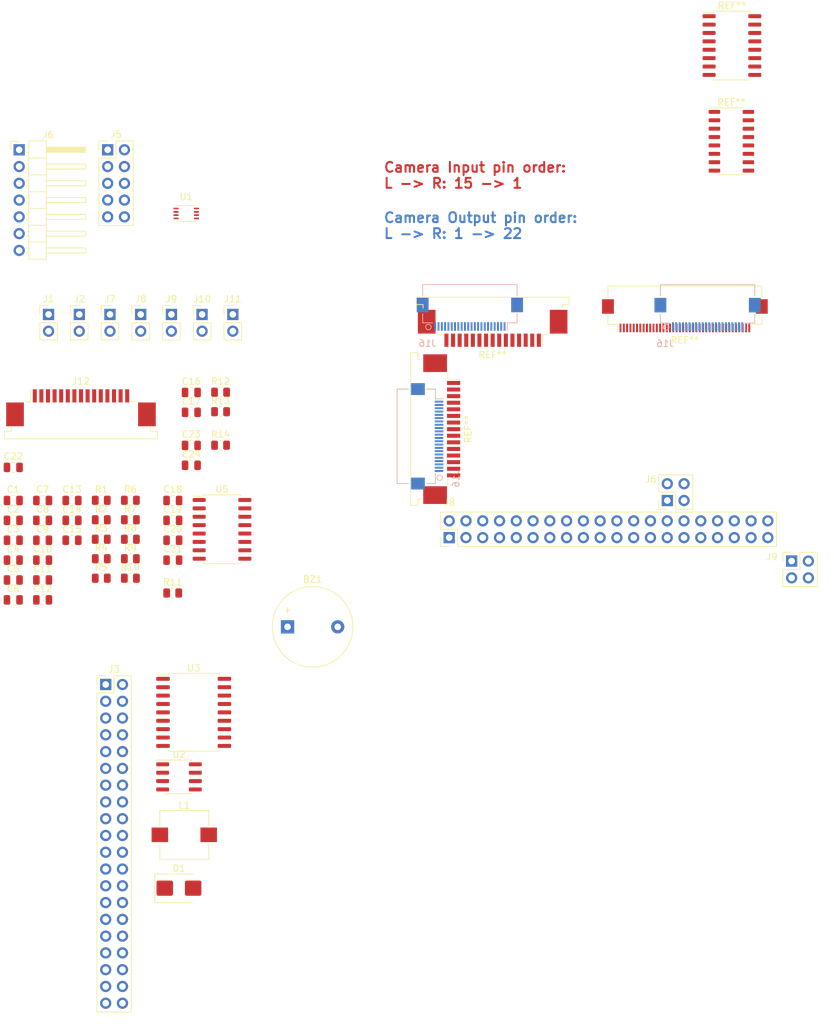
<source format=kicad_pcb>
(kicad_pcb (version 20221018) (generator pcbnew)
  (layers (0 "F.Cu" signal) (31 "B.Cu" signal) (34 "B.Paste" user) (35 "F.Paste" user) (36 "B.SilkS" user "B.Silkscreen") (37 "F.SilkS" user "F.Silkscreen") (38 "B.Mask" user) (39 "F.Mask" user) (44 "Edge.Cuts" user))
  (net 0 "")
  (net 1 "/disp_backlight/LEDB_ANODE")
  (net 2 "Net-(D1-A)")
  (net 3 "+3.3V")
  (net 4 "+5V")
  (net 5 "/GPIO2")
  (net 6 "/GPIO3")
  (net 7 "GNDD")
  (net 8 "/GPIO4")
  (net 9 "/GPIO14")
  (net 10 "/GPIO15")
  (net 11 "/GPIO17")
  (net 12 "/GPIO18")
  (net 13 "/GPIO27")
  (net 14 "/GPIO22")
  (net 15 "/GPIO23")
  (net 16 "/GPIO24")
  (net 17 "/GPIO10")
  (net 18 "/GPIO9")
  (net 19 "/GPIO25")
  (net 20 "/GPIO11")
  (net 21 "/GPIO8")
  (net 22 "/GPIO7")
  (net 23 "/ID_SD")
  (net 24 "/ID_SC")
  (net 25 "/GPIO5")
  (net 26 "/GPIO6")
  (net 27 "/GPIO12")
  (net 28 "/GPIO13")
  (net 29 "/GPIO19")
  (net 30 "/GPIO16")
  (net 31 "/GPIO26")
  (net 32 "/GPIO20")
  (net 33 "/GPIO21")
  (net 34 "/disp_backlight/LEDB_CATHODE")
  (net 35 "Net-(U2-TXD)")
  (net 36 "Net-(U2-RXD)")
  (net 38 "/CAN_module/CAN_L")
  (net 39 "/CAN_module/CAN_H")
  (net 48 "/CAN_module/MOD_INT")
  (net 49 "/CAN_module/MOD_SCK")
  (net 50 "/CAN_module/MOD_SI")
  (net 51 "/CAN_module/MOD_SO")
  (net 52 "/CAN_module/MOD_CS")
  (net 53 "Net-(U3-~{RESET})")
  (net 54 "+12V")
  (net 55 "Net-(J7-Pin_2)")
  (net 56 "Net-(J8-Pin_2)")
  (net 57 "Net-(J9-Pin_2)")
  (net 58 "Net-(J10-Pin_2)")
  (net 59 "Net-(J11-Pin_2)")
  (net 60 "Net-(U4-VCC)")
  (net 61 "Net-(U5-C1+)")
  (net 62 "Net-(U5-C1-)")
  (net 63 "Net-(U5-C2+)")
  (net 64 "Net-(U5-C2-)")
  (net 65 "Net-(U5-VS+)")
  (net 66 "Net-(U5-VS-)")
  (net 67 "Net-(J12-Pin_15)")
  (net 68 "Net-(J15-Pin_2)")
  (net 69 "/display_40_to_22/RESET")
  (net 81 "Net-(J1-Pin_1)")
  (net 83 "Net-(J2-Pin_1)")
  (net 84 "Net-(R3-Pad1)")
  (net 85 "Net-(R4-Pad1)")
  (net 86 "Net-(U1-OE)")
  (net 88 "Net-(U4-IADJ)")
  (net 89 "Net-(U4-FS)")
  (net 90 "/debug_port/DP_RTS")
  (net 91 "/debug_port/DP_CTS")
  (net 96 "/debug_port/DP_RXD")
  (net 97 "/debug_port/DP_TXD")
  (footprint "Capacitor_SMD:C_0805_2012Metric" (layer "F.Cu") (at 29.2075 96.365)
    (fp_text reference "C14" (at 0 -1.68) (layer "F.SilkS"))
    (fp_text value "100n")
    (pad "1" smd roundrect (at -0.95 0) (size 1 1.45) (layers "F.Cu" "F.Paste" "F.Mask") (net 3 "+3.3V"))
    (pad "2" smd roundrect (at 0.95 0) (size 1 1.45) (layers "F.Cu" "F.Paste" "F.Mask") (net 58 "Net-(J10-Pin_2)"))
  )
  (footprint "Capacitor_SMD:C_0805_2012Metric" (layer "F.Cu") (at 20.3075 105.395)
    (fp_text reference "C5" (at 0 -1.68) (layer "F.SilkS"))
    (fp_text value "100n")
    (pad "1" smd roundrect (at -0.95 0) (size 1 1.45) (layers "F.Cu" "F.Paste" "F.Mask") (net 54 "+12V"))
    (pad "2" smd roundrect (at 0.95 0) (size 1 1.45) (layers "F.Cu" "F.Paste" "F.Mask") (net 7 "GNDD"))
  )
  (footprint "Connector_PinHeader_2.54mm:PinHeader_2x20_P2.54mm_Vertical" (layer "F.Cu") (at 86.3372 98.9786 90)
    (fp_text reference "J8" (at 5.32 0.03 180) (layer "F.SilkS"))
    (fp_text value "THD-20-R")
    (pad "1" thru_hole rect (at 0 0 90) (size 1.7 1.7) (drill 1) (layers "*.Cu" "*.Mask"))
    (pad "2" thru_hole oval (at 2.54 0 90) (size 1.7 1.7) (drill 1) (layers "*.Cu" "*.Mask"))
    (pad "3" thru_hole oval (at 0 2.54 90) (size 1.7 1.7) (drill 1) (layers "*.Cu" "*.Mask"))
    (pad "4" thru_hole oval (at 2.54 2.54 90) (size 1.7 1.7) (drill 1) (layers "*.Cu" "*.Mask"))
    (pad "5" thru_hole oval (at 0 5.08 90) (size 1.7 1.7) (drill 1) (layers "*.Cu" "*.Mask"))
    (pad "6" thru_hole oval (at 2.54 5.08) (size 1.7 1.7) (drill 1) (layers "*.Cu" "*.Mask"))
    (pad "7" thru_hole oval (at 0 7.62 90) (size 1.7 1.7) (drill 1) (layers "*.Cu" "*.Mask"))
    (pad "8" thru_hole oval (at 2.54 7.62 90) (size 1.7 1.7) (drill 1) (layers "*.Cu" "*.Mask"))
    (pad "9" thru_hole oval (at 0 10.16) (size 1.7 1.7) (drill 1) (layers "*.Cu" "*.Mask"))
    (pad "10" thru_hole oval (at 2.54 10.16 90) (size 1.7 1.7) (drill 1) (layers "*.Cu" "*.Mask"))
    (pad "11" thru_hole oval (at 0 12.7 90) (size 1.7 1.7) (drill 1) (layers "*.Cu" "*.Mask"))
    (pad "12" thru_hole oval (at 2.54 12.7 90) (size 1.7 1.7) (drill 1) (layers "*.Cu" "*.Mask"))
    (pad "13" thru_hole oval (at 0 15.24 90) (size 1.7 1.7) (drill 1) (layers "*.Cu" "*.Mask"))
    (pad "14" thru_hole oval (at 2.54 15.24) (size 1.7 1.7) (drill 1) (layers "*.Cu" "*.Mask"))
    (pad "15" thru_hole oval (at 0 17.78 90) (size 1.7 1.7) (drill 1) (layers "*.Cu" "*.Mask"))
    (pad "16" thru_hole oval (at 2.54 17.78 90) (size 1.7 1.7) (drill 1) (layers "*.Cu" "*.Mask"))
    (pad "17" thru_hole oval (at 0 20.32 90) (size 1.7 1.7) (drill 1) (layers "*.Cu" "*.Mask"))
    (pad "18" thru_hole oval (at 2.54 20.32 90) (size 1.7 1.7) (drill 1) (layers "*.Cu" "*.Mask"))
    (pad "19" thru_hole oval (at 0 22.86 90) (size 1.7 1.7) (drill 1) (layers "*.Cu" "*.Mask"))
    (pad "20" thru_hole oval (at 2.54 22.86) (size 1.7 1.7) (drill 1) (layers "*.Cu" "*.Mask"))
    (pad "21" thru_hole oval (at 0 25.4 90) (size 1.7 1.7) (drill 1) (layers "*.Cu" "*.Mask"))
    (pad "22" thru_hole oval (at 2.54 25.4 90) (size 1.7 1.7) (drill 1) (layers "*.Cu" "*.Mask"))
    (pad "23" thru_hole oval (at 0 27.94 90) (size 1.7 1.7) (drill 1) (layers "*.Cu" "*.Mask"))
    (pad "24" thru_hole oval (at 2.54 27.94 90) (size 1.7 1.7) (drill 1) (layers "*.Cu" "*.Mask"))
    (pad "25" thru_hole oval (at 0 30.48 90) (size 1.7 1.7) (drill 1) (layers "*.Cu" "*.Mask"))
    (pad "26" thru_hole oval (at 2.54 30.48 90) (size 1.7 1.7) (drill 1) (layers "*.Cu" "*.Mask"))
    (pad "27" thru_hole oval (at 0 33.02 90) (size 1.7 1.7) (drill 1) (layers "*.Cu" "*.Mask"))
    (pad "28" thru_hole oval (at 2.54 33.02 90) (size 1.7 1.7) (drill 1) (layers "*.Cu" "*.Mask"))
    (pad "29" thru_hole oval (at 0 35.56 90) (size 1.7 1.7) (drill 1) (layers "*.Cu" "*.Mask"))
    (pad "30" thru_hole oval (at 2.54 35.56 90) (size 1.7 1.7) (drill 1) (layers "*.Cu" "*.Mask"))
    (pad "31" thru_hole oval (at 0 38.1 90) (size 1.7 1.7) (drill 1) (layers "*.Cu" "*.Mask"))
    (pad "32" thru_hole oval (at 2.54 38.1 90) (size 1.7 1.7) (drill 1) (layers "*.Cu" "*.Mask"))
    (pad "33" thru_hole oval (at 0 40.64 90) (size 1.7 1.7) (drill 1) (layers "*.Cu" "*.Mask"))
    (pad "34" thru_hole oval (at 2.54 40.64) (size 1.7 1.7) (drill 1) (layers "*.Cu" "*.Mask"))
    (pad "35" thru_hole oval (at 0 43.18 90) (size 1.7 1.7) (drill 1) (layers "*.Cu" "*.Mask"))
    (pad "36" thru_hole oval (at 2.54 43.18 90) (size 1.7 1.7) (drill 1) (layers "*.Cu" "*.Mask"))
    (pad "37" thru_hole oval (at 0 45.72 90) (size 1.7 1.7) (drill 1) (layers "*.Cu" "*.Mask"))
    (pad "38" thru_hole oval (at 2.54 45.72 90) (size 1.7 1.7) (drill 1) (layers "*.Cu" "*.Mask"))
    (pad "39" thru_hole oval (at 0 48.26) (size 1.7 1.7) (drill 1) (layers "*.Cu" "*.Mask"))
    (pad "40" thru_hole oval (at 2.54 48.26 90) (size 1.7 1.7) (drill 1) (layers "*.Cu" "*.Mask"))
  )
  (footprint "Capacitor_SMD:C_0805_2012Metric" (layer "F.Cu") (at 47.2775 88.025)
    (fp_text reference "C24" (at 0 -1.68) (layer "F.SilkS"))
    (fp_text value "100n")
    (pad "1" smd roundrect (at -0.95 0) (size 1 1.45) (layers "F.Cu" "F.Paste" "F.Mask") (net 69 "/display_40_to_22/RESET"))
    (pad "2" smd roundrect (at 0.95 0) (size 1 1.45) (layers "F.Cu" "F.Paste" "F.Mask") (net 7 "GNDD"))
  )
  (footprint "Connector_FFC-FPC:TE_1-84952-5_1x15-1MP_P1.0mm_Horizontal" (layer "F.Cu") (at 30.5675 79.315)
    (fp_text reference "J12" (at 0 -4) (layer "F.SilkS"))
    (fp_text value "Camera")
    (pad "1" smd rect (at -7 -1.8) (size 0.61 2) (layers "F.Cu" "F.Paste" "F.Mask") (net 7 "GNDD"))
    (pad "2" smd rect (at -6 -1.8) (size 0.61 2) (layers "F.Cu" "F.Paste" "F.Mask"))
    (pad "3" smd rect (at -5 -1.8) (size 0.61 2) (layers "F.Cu" "F.Paste" "F.Mask"))
    (pad "4" smd rect (at -4 -1.8) (size 0.61 2) (layers "F.Cu" "F.Paste" "F.Mask") (net 7 "GNDD"))
    (pad "5" smd rect (at -3 -1.8) (size 0.61 2) (layers "F.Cu" "F.Paste" "F.Mask"))
    (pad "6" smd rect (at -2 -1.8) (size 0.61 2) (layers "F.Cu" "F.Paste" "F.Mask"))
    (pad "7" smd rect (at -1 -1.8) (size 0.61 2) (layers "F.Cu" "F.Paste" "F.Mask") (net 7 "GNDD"))
    (pad "8" smd rect (at 0 -1.8) (size 0.61 2) (layers "F.Cu" "F.Paste" "F.Mask"))
    (pad "9" smd rect (at 1 -1.8) (size 0.61 2) (layers "F.Cu" "F.Paste" "F.Mask"))
    (pad "10" smd rect (at 2 -1.8) (size 0.61 2) (layers "F.Cu" "F.Paste" "F.Mask") (net 7 "GNDD"))
    (pad "11" smd rect (at 3 -1.8) (size 0.61 2) (layers "F.Cu" "F.Paste" "F.Mask"))
    (pad "12" smd rect (at 4 -1.8) (size 0.61 2) (layers "F.Cu" "F.Paste" "F.Mask"))
    (pad "13" smd rect (at 5 -1.8) (size 0.61 2) (layers "F.Cu" "F.Paste" "F.Mask"))
    (pad "14" smd rect (at 6 -1.8) (size 0.61 2) (layers "F.Cu" "F.Paste" "F.Mask"))
    (pad "15" smd rect (at 7 -1.8) (size 0.61 2) (layers "F.Cu" "F.Paste" "F.Mask") (net 67 "Net-(J12-Pin_15)"))
    (pad "MP" smd rect (at -9.99 1) (size 2.68 3.6) (layers "F.Cu" "F.Paste" "F.Mask"))
    (pad "MP" smd rect (at 9.99 1) (size 2.68 3.6) (layers "F.Cu" "F.Paste" "F.Mask"))
  )
  (footprint "Resistor_SMD:R_0805_2012Metric" (layer "F.Cu") (at 44.4575 107.365)
    (fp_text reference "R11" (at 0 -1.65) (layer "F.SilkS"))
    (fp_text value "10K")
    (pad "1" smd roundrect (at -0.9125 0) (size 1.025 1.4) (layers "F.Cu" "F.Paste" "F.Mask") (roundrect_rratio 0.243902) (net 53 "Net-(U3-~{RESET})"))
    (pad "2" smd roundrect (at 0.9125 0) (size 1.025 1.4) (layers "F.Cu" "F.Paste" "F.Mask") (roundrect_rratio 0.243902))
  )
  (footprint "Resistor_SMD:R_0805_2012Metric" (layer "F.Cu") (at 38.0475 99.225)
    (fp_text reference "R8" (at 0 -1.65) (layer "F.SilkS"))
    (fp_text value "10k")
    (pad "1" smd roundrect (at -0.9125 0) (size 1.025 1.4) (layers "F.Cu" "F.Paste" "F.Mask") (roundrect_rratio 0.243902) (net 57 "Net-(J9-Pin_2)"))
    (pad "2" smd roundrect (at 0.9125 0) (size 1.025 1.4) (layers "F.Cu" "F.Paste" "F.Mask") (roundrect_rratio 0.243902) (net 7 "GNDD"))
  )
  (footprint "Capacitor_SMD:C_0805_2012Metric" (layer "F.Cu") (at 20.3075 108.405)
    (fp_text reference "C6" (at 0 -1.68) (layer "F.SilkS"))
    (fp_text value "100n")
    (pad "1" smd roundrect (at -0.95 0) (size 1 1.45) (layers "F.Cu" "F.Paste" "F.Mask") (net 4 "+5V"))
    (pad "2" smd roundrect (at 0.95 0) (size 1 1.45) (layers "F.Cu" "F.Paste" "F.Mask") (net 7 "GNDD"))
  )
  (footprint "Connector_PinHeader_2.54mm:PinHeader_1x07_P2.54mm_Horizontal" (layer "F.Cu") (at 21.21 40.25)
    (fp_text reference "J6" (at 4.385 -2.27) (layer "F.SilkS"))
    (fp_text value "RS232")
    (pad "1" thru_hole rect (at 0 0) (size 1.7 1.7) (drill 1) (layers "*.Cu" "*.Mask") (net 97 "/debug_port/DP_TXD"))
    (pad "2" thru_hole oval (at 0 2.54) (size 1.7 1.7) (drill 1) (layers "*.Cu" "*.Mask") (net 90 "/debug_port/DP_RTS"))
    (pad "3" thru_hole oval (at 0 5.08) (size 1.7 1.7) (drill 1) (layers "*.Cu" "*.Mask") (net 96 "/debug_port/DP_RXD"))
    (pad "4" thru_hole oval (at 0 7.62) (size 1.7 1.7) (drill 1) (layers "*.Cu" "*.Mask") (net 91 "/debug_port/DP_CTS"))
    (pad "5" thru_hole oval (at 0 10.16) (size 1.7 1.7) (drill 1) (layers "*.Cu" "*.Mask") (net 7 "GNDD"))
    (pad "6" thru_hole oval (at 0 12.7) (size 1.7 1.7) (drill 1) (layers "*.Cu" "*.Mask") (net 7 "GNDD"))
    (pad "7" thru_hole oval (at 0 15.24) (size 1.7 1.7) (drill 1) (layers "*.Cu" "*.Mask"))
  )
  (footprint "Capacitor_SMD:C_0805_2012Metric" (layer "F.Cu") (at 24.7575 99.375)
    (fp_text reference "C9" (at 0 -1.68) (layer "F.SilkS"))
    (fp_text value "2.2uF")
    (pad "1" smd roundrect (at -0.95 0) (size 1 1.45) (layers "F.Cu" "F.Paste" "F.Mask") (net 3 "+3.3V"))
    (pad "2" smd roundrect (at 0.95 0) (size 1 1.45) (layers "F.Cu" "F.Paste" "F.Mask") (net 7 "GNDD"))
  )
  (footprint "Capacitor_SMD:C_0805_2012Metric" (layer "F.Cu") (at 20.3075 88.345)
    (fp_text reference "C22" (at 0 -1.68) (layer "F.SilkS"))
    (fp_text value "100n")
    (pad "1" smd roundrect (at -0.95 0) (size 1 1.45) (layers "F.Cu" "F.Paste" "F.Mask") (net 67 "Net-(J12-Pin_15)"))
    (pad "2" smd roundrect (at 0.95 0) (size 1 1.45) (layers "F.Cu" "F.Paste" "F.Mask") (net 7 "GNDD"))
  )
  (footprint "MountingHole:MountingHole_2.7mm_M2.5" (layer "F.Cu") (at 139.4672 97.6586)
    (fp_text reference "H5" hide)
    (fp_text value "MountingHole")
    (pad "" np_thru_hole circle (at 0 0) (size 2.7 2.7) (drill 2.7) (layers "F&B.Cu" "*.Mask") (clearance 1.7))
  )
  (footprint "Resistor_SMD:R_0805_2012Metric" (layer "F.Cu") (at 33.6375 105.125)
    (fp_text reference "R5" (at 0 -1.65) (layer "F.SilkS"))
    (fp_text value "10K")
    (pad "1" smd roundrect (at -0.9125 0) (size 1.025 1.4) (layers "F.Cu" "F.Paste" "F.Mask") (roundrect_rratio 0.243902) (net 86 "Net-(U1-OE)"))
    (pad "2" smd roundrect (at 0.9125 0) (size 1.025 1.4) (layers "F.Cu" "F.Paste" "F.Mask") (roundrect_rratio 0.243902) (net 4 "+5V"))
  )
  (footprint "Capacitor_SMD:C_0805_2012Metric" (layer "F.Cu") (at 24.7575 102.385)
    (fp_text reference "C10" (at 0 -1.68) (layer "F.SilkS"))
    (fp_text value "100n")
    (pad "1" smd roundrect (at -0.95 0) (size 1 1.45) (layers "F.Cu" "F.Paste" "F.Mask") (net 3 "+3.3V"))
    (pad "2" smd roundrect (at 0.95 0) (size 1 1.45) (layers "F.Cu" "F.Paste" "F.Mask") (net 7 "GNDD"))
  )
  (footprint "Connector_PinHeader_2.54mm:PinHeader_2x20_P2.54mm_Vertical" (layer "F.Cu") (at 34.31 121.22)
    (fp_text reference "J3" (at 1.27 -2.33) (layer "F.SilkS"))
    (fp_text value "HAT")
    (pad "1" thru_hole rect (at 0 0) (size 1.7 1.7) (drill 1) (layers "*.Cu" "*.Mask") (net 3 "+3.3V"))
    (pad "2" thru_hole oval (at 2.54 0) (size 1.7 1.7) (drill 1) (layers "*.Cu" "*.Mask") (net 4 "+5V"))
    (pad "3" thru_hole oval (at 0 2.54) (size 1.7 1.7) (drill 1) (layers "*.Cu" "*.Mask") (net 5 "/GPIO2"))
    (pad "4" thru_hole oval (at 2.54 2.54) (size 1.7 1.7) (drill 1) (layers "*.Cu" "*.Mask") (net 4 "+5V"))
    (pad "5" thru_hole oval (at 0 5.08) (size 1.7 1.7) (drill 1) (layers "*.Cu" "*.Mask") (net 6 "/GPIO3"))
    (pad "6" thru_hole oval (at 2.54 5.08) (size 1.7 1.7) (drill 1) (layers "*.Cu" "*.Mask") (net 7 "GNDD"))
    (pad "7" thru_hole oval (at 0 7.62) (size 1.7 1.7) (drill 1) (layers "*.Cu" "*.Mask") (net 8 "/GPIO4"))
    (pad "8" thru_hole oval (at 2.54 7.62) (size 1.7 1.7) (drill 1) (layers "*.Cu" "*.Mask") (net 9 "/GPIO14"))
    (pad "9" thru_hole oval (at 0 10.16) (size 1.7 1.7) (drill 1) (layers "*.Cu" "*.Mask") (net 7 "GNDD"))
    (pad "10" thru_hole oval (at 2.54 10.16) (size 1.7 1.7) (drill 1) (layers "*.Cu" "*.Mask") (net 10 "/GPIO15"))
    (pad "11" thru_hole oval (at 0 12.7) (size 1.7 1.7) (drill 1) (layers "*.Cu" "*.Mask") (net 11 "/GPIO17"))
    (pad "12" thru_hole oval (at 2.54 12.7) (size 1.7 1.7) (drill 1) (layers "*.Cu" "*.Mask") (net 12 "/GPIO18"))
    (pad "13" thru_hole oval (at 0 15.24) (size 1.7 1.7) (drill 1) (layers "*.Cu" "*.Mask") (net 13 "/GPIO27"))
    (pad "14" thru_hole oval (at 2.54 15.24) (size 1.7 1.7) (drill 1) (layers "*.Cu" "*.Mask") (net 7 "GNDD"))
    (pad "15" thru_hole oval (at 0 17.78) (size 1.7 1.7) (drill 1) (layers "*.Cu" "*.Mask") (net 14 "/GPIO22"))
    (pad "16" thru_hole oval (at 2.54 17.78) (size 1.7 1.7) (drill 1) (layers "*.Cu" "*.Mask") (net 15 "/GPIO23"))
    (pad "17" thru_hole oval (at 0 20.32) (size 1.7 1.7) (drill 1) (layers "*.Cu" "*.Mask") (net 3 "+3.3V"))
    (pad "18" thru_hole oval (at 2.54 20.32) (size 1.7 1.7) (drill 1) (layers "*.Cu" "*.Mask") (net 16 "/GPIO24"))
    (pad "19" thru_hole oval (at 0 22.86) (size 1.7 1.7) (drill 1) (layers "*.Cu" "*.Mask") (net 17 "/GPIO10"))
    (pad "20" thru_hole oval (at 2.54 22.86) (size 1.7 1.7) (drill 1) (layers "*.Cu" "*.Mask") (net 7 "GNDD"))
    (pad "21" thru_hole oval (at 0 25.4) (size 1.7 1.7) (drill 1) (layers "*.Cu" "*.Mask") (net 18 "/GPIO9"))
    (pad "22" thru_hole oval (at 2.54 25.4) (size 1.7 1.7) (drill 1) (layers "*.Cu" "*.Mask") (net 19 "/GPIO25"))
    (pad "23" thru_hole oval (at 0 27.94) (size 1.7 1.7) (drill 1) (layers "*.Cu" "*.Mask") (net 20 "/GPIO11"))
    (pad "24" thru_hole oval (at 2.54 27.94) (size 1.7 1.7) (drill 1) (layers "*.Cu" "*.Mask") (net 21 "/GPIO8"))
    (pad "25" thru_hole oval (at 0 30.48) (size 1.7 1.7) (drill 1) (layers "*.Cu" "*.Mask") (net 7 "GNDD"))
    (pad "26" thru_hole oval (at 2.54 30.48) (size 1.7 1.7) (drill 1) (layers "*.Cu" "*.Mask") (net 22 "/GPIO7"))
    (pad "27" thru_hole oval (at 0 33.02) (size 1.7 1.7) (drill 1) (layers "*.Cu" "*.Mask") (net 23 "/ID_SD"))
    (pad "28" thru_hole oval (at 2.54 33.02) (size 1.7 1.7) (drill 1) (layers "*.Cu" "*.Mask") (net 24 "/ID_SC"))
    (pad "29" thru_hole oval (at 0 35.56) (size 1.7 1.7) (drill 1) (layers "*.Cu" "*.Mask") (net 25 "/GPIO5"))
    (pad "30" thru_hole oval (at 2.54 35.56) (size 1.7 1.7) (drill 1) (layers "*.Cu" "*.Mask") (net 7 "GNDD"))
    (pad "31" thru_hole oval (at 0 38.1) (size 1.7 1.7) (drill 1) (layers "*.Cu" "*.Mask") (net 26 "/GPIO6"))
    (pad "32" thru_hole oval (at 2.54 38.1) (size 1.7 1.7) (drill 1) (layers "*.Cu" "*.Mask") (net 27 "/GPIO12"))
    (pad "33" thru_hole oval (at 0 40.64) (size 1.7 1.7) (drill 1) (layers "*.Cu" "*.Mask") (net 28 "/GPIO13"))
    (pad "34" thru_hole oval (at 2.54 40.64) (size 1.7 1.7) (drill 1) (layers "*.Cu" "*.Mask") (net 7 "GNDD"))
    (pad "35" thru_hole oval (at 0 43.18) (size 1.7 1.7) (drill 1) (layers "*.Cu" "*.Mask") (net 29 "/GPIO19"))
    (pad "36" thru_hole oval (at 2.54 43.18) (size 1.7 1.7) (drill 1) (layers "*.Cu" "*.Mask") (net 30 "/GPIO16"))
    (pad "37" thru_hole oval (at 0 45.72) (size 1.7 1.7) (drill 1) (layers "*.Cu" "*.Mask") (net 31 "/GPIO26"))
    (pad "38" thru_hole oval (at 2.54 45.72) (size 1.7 1.7) (drill 1) (layers "*.Cu" "*.Mask") (net 32 "/GPIO20"))
    (pad "39" thru_hole oval (at 0 48.26) (size 1.7 1.7) (drill 1) (layers "*.Cu" "*.Mask") (net 7 "GNDD"))
    (pad "40" thru_hole oval (at 2.54 48.26) (size 1.7 1.7) (drill 1) (layers "*.Cu" "*.Mask") (net 33 "/GPIO21"))
  )
  (footprint "Capacitor_SMD:C_0805_2012Metric" (layer "F.Cu") (at 44.4775 102.385)
    (fp_text reference "C21" (at 0 -1.68) (layer "F.SilkS"))
    (fp_text value "100n")
    (pad "1" smd roundrect (at -0.95 0) (size 1 1.45) (layers "F.Cu" "F.Paste" "F.Mask") (net 66 "Net-(U5-VS-)"))
    (pad "2" smd roundrect (at 0.95 0) (size 1 1.45) (layers "F.Cu" "F.Paste" "F.Mask") (net 7 "GNDD"))
  )
  (footprint "Connector_PinHeader_2.54mm:PinHeader_2x02_P2.54mm_Vertical" (layer "F.Cu") (at 119.3672 93.3586 90)
    (fp_text reference "J6" (at 3.2 -2.5 180) (layer "F.SilkS"))
    (fp_text value "THD-02-R")
    (pad "1" thru_hole rect (at 0 0 90) (size 1.7 1.7) (drill 1) (layers "*.Cu" "*.Mask"))
    (pad "2" thru_hole oval (at 2.54 0 90) (size 1.7 1.7) (drill 1) (layers "*.Cu" "*.Mask"))
    (pad "3" thru_hole oval (at 0 2.54 90) (size 1.7 1.7) (drill 1) (layers "*.Cu" "*.Mask"))
    (pad "4" thru_hole oval (at 2.54 2.54 90) (size 1.7 1.7) (drill 1) (layers "*.Cu" "*.Mask"))
  )
  (footprint "Connector_PinHeader_2.54mm:PinHeader_1x02_P2.54mm_Vertical" (layer "F.Cu") (at 39.61 65.18)
    (fp_text reference "J8" (at 0 -2.33) (layer "F.SilkS"))
    (fp_text value "But_2")
    (pad "1" thru_hole rect (at 0 0) (size 1.7 1.7) (drill 1) (layers "*.Cu" "*.Mask") (net 3 "+3.3V"))
    (pad "2" thru_hole oval (at 0 2.54) (size 1.7 1.7) (drill 1) (layers "*.Cu" "*.Mask") (net 56 "Net-(J8-Pin_2)"))
  )
  (footprint "Capacitor_SMD:C_0805_2012Metric" (layer "F.Cu") (at 24.7575 108.405)
    (fp_text reference "C12" (at 0 -1.68) (layer "F.SilkS"))
    (fp_text value "100n")
    (pad "1" smd roundrect (at -0.95 0) (size 1 1.45) (layers "F.Cu" "F.Paste" "F.Mask") (net 3 "+3.3V"))
    (pad "2" smd roundrect (at 0.95 0) (size 1 1.45) (layers "F.Cu" "F.Paste" "F.Mask") (net 56 "Net-(J8-Pin_2)"))
  )
  (footprint "Capacitor_SMD:C_0805_2012Metric" (layer "F.Cu") (at 44.4775 99.375)
    (fp_text reference "C20" (at 0 -1.68) (layer "F.SilkS"))
    (fp_text value "100n")
    (pad "1" smd roundrect (at -0.95 0) (size 1 1.45) (layers "F.Cu" "F.Paste" "F.Mask") (net 65 "Net-(U5-VS+)"))
    (pad "2" smd roundrect (at 0.95 0) (size 1 1.45) (layers "F.Cu" "F.Paste" "F.Mask") (net 7 "GNDD"))
  )
  (footprint "Buzzer_Beeper:Buzzer_12x9.5RM7.6" (layer "F.Cu") (at 61.85 112.49)
    (fp_text reference "BZ1" (at 3.8 -7.2) (layer "F.SilkS"))
    (fp_text value "Buzzer")
    (fp_text user "+" (at -0.01 -2.54) (layer "F.SilkS"))
    (pad "1" thru_hole rect (at 0 0) (size 2 2) (drill 1) (layers "*.Cu" "*.Mask"))
    (pad "2" thru_hole circle (at 7.6 0) (size 2 2) (drill 1) (layers "*.Cu" "*.Mask") (net 7 "GNDD"))
  )
  (footprint "Resistor_SMD:R_0805_2012Metric" (layer "F.Cu") (at 51.7075 79.915)
    (fp_text reference "R13" (at 0 -1.65) (layer "F.SilkS"))
    (fp_text value "100K")
    (pad "1" smd roundrect (at -0.9125 0) (size 1.025 1.4) (layers "F.Cu" "F.Paste" "F.Mask") (roundrect_rratio 0.243902) (net 89 "Net-(U4-FS)"))
    (pad "2" smd roundrect (at 0.9125 0) (size 1.025 1.4) (layers "F.Cu" "F.Paste" "F.Mask") (roundrect_rratio 0.243902) (net 7 "GNDD"))
  )
  (footprint "MountingHole:MountingHole_2.7mm_M2.5" (layer "F.Cu") (at 81.4672 97.6586)
    (fp_text reference "H3" hide)
    (fp_text value "MountingHole")
    (pad "" np_thru_hole circle (at 0 0) (size 2.7 2.7) (drill 2.7) (layers "F&B.Cu" "*.Mask") (clearance 1.7))
  )
  (footprint "Package_SO:VSSOP-8_2.4x2.1mm_P0.5mm" (layer "F.Cu") (at 46.51 49.9)
    (fp_text reference "U1" (at 0 -2.54) (layer "F.SilkS"))
    (fp_text value "TXU0202")
    (pad "1" smd rect (at -1.55 -0.75) (size 0.75 0.25) (layers "F.Cu" "F.Paste" "F.Mask"))
    (pad "2" smd rect (at -1.55 -0.25) (size 0.75 0.25) (layers "F.Cu" "F.Paste" "F.Mask"))
    (pad "3" smd rect (at -1.55 0.25) (size 0.75 0.25) (layers "F.Cu" "F.Paste" "F.Mask"))
    (pad "4" smd rect (at -1.55 0.75) (size 0.75 0.25) (layers "F.Cu" "F.Paste" "F.Mask"))
    (pad "5" smd rect (at 1.55 0.75) (size 0.75 0.25) (layers "F.Cu" "F.Paste" "F.Mask"))
    (pad "6" smd rect (at 1.55 0.25) (size 0.75 0.25) (layers "F.Cu" "F.Paste" "F.Mask"))
    (pad "7" smd rect (at 1.55 -0.25) (size 0.75 0.25) (layers "F.Cu" "F.Paste" "F.Mask"))
    (pad "8" smd rect (at 1.55 -0.75) (size 0.75 0.25) (layers "F.Cu" "F.Paste" "F.Mask"))
  )
  (footprint "Resistor_SMD:R_0805_2012Metric" (layer "F.Cu") (at 38.0475 105.125)
    (fp_text reference "R10" (at 0 -1.65) (layer "F.SilkS"))
    (fp_text value "10k")
    (pad "1" smd roundrect (at -0.9125 0) (size 1.025 1.4) (layers "F.Cu" "F.Paste" "F.Mask") (roundrect_rratio 0.243902) (net 59 "Net-(J11-Pin_2)"))
    (pad "2" smd roundrect (at 0.9125 0) (size 1.025 1.4) (layers "F.Cu" "F.Paste" "F.Mask") (roundrect_rratio 0.243902) (net 7 "GNDD"))
  )
  (footprint "Capacitor_SMD:C_0805_2012Metric" (layer "F.Cu") (at 47.2775 80.005)
    (fp_text reference "C17" (at 0 -1.68) (layer "F.SilkS"))
    (fp_text value "1 uF")
    (pad "1" smd roundrect (at -0.95 0) (size 1 1.45) (layers "F.Cu" "F.Paste" "F.Mask") (net 60 "Net-(U4-VCC)"))
    (pad "2" smd roundrect (at 0.95 0) (size 1 1.45) (layers "F.Cu" "F.Paste" "F.Mask") (net 7 "GNDD"))
  )
  (footprint "Resistor_SMD:R_0805_2012Metric" (layer "F.Cu") (at 51.7075 84.985)
    (fp_text reference "R14" (at 0 -1.65) (layer "F.SilkS"))
    (fp_text value "10k")
    (pad "1" smd roundrect (at -0.9125 0) (size 1.025 1.4) (layers "F.Cu" "F.Paste" "F.Mask") (roundrect_rratio 0.243902) (net 68 "Net-(J15-Pin_2)"))
    (pad "2" smd roundrect (at 0.9125 0) (size 1.025 1.4) (layers "F.Cu" "F.Paste" "F.Mask") (roundrect_rratio 0.243902) (net 69 "/display_40_to_22/RESET"))
  )
  (footprint "Capacitor_SMD:C_0805_2012Metric" (layer "F.Cu") (at 47.2775 85.015)
    (fp_text reference "C23" (at 0 -1.68) (layer "F.SilkS"))
    (fp_text value "100n")
    (pad "1" smd roundrect (at -0.95 0) (size 1 1.45) (layers "F.Cu" "F.Paste" "F.Mask") (net 68 "Net-(J15-Pin_2)"))
    (pad "2" smd roundrect (at 0.95 0) (size 1 1.45) (layers "F.Cu" "F.Paste" "F.Mask") (net 7 "GNDD"))
  )
  (footprint "Connector_PinHeader_2.54mm:PinHeader_1x02_P2.54mm_Vertical" (layer "F.Cu") (at 44.26 65.18)
    (fp_text reference "J9" (at 0 -2.33) (layer "F.SilkS"))
    (fp_text value "But_3")
    (pad "1" thru_hole rect (at 0 0) (size 1.7 1.7) (drill 1) (layers "*.Cu" "*.Mask") (net 3 "+3.3V"))
    (pad "2" thru_hole oval (at 0 2.54) (size 1.7 1.7) (drill 1) (layers "*.Cu" "*.Mask") (net 57 "Net-(J9-Pin_2)"))
  )
  (footprint "Connector_PinHeader_2.54mm:PinHeader_1x02_P2.54mm_Vertical" (layer "F.Cu") (at 30.31 65.18)
    (fp_text reference "J2" (at 0 -2.33) (layer "F.SilkS"))
    (fp_text value "CONN_LED_RED")
    (pad "1" thru_hole rect (at 0 0) (size 1.7 1.7) (drill 1) (layers "*.Cu" "*.Mask") (net 83 "Net-(J2-Pin_1)"))
    (pad "2" thru_hole oval (at 0 2.54) (size 1.7 1.7) (drill 1) (layers "*.Cu" "*.Mask") (net 7 "GNDD"))
  )
  (footprint "Package_SO:SO-16_5.3x10.2mm_P1.27mm" (layer "F.Cu") (at 129.16 24.47)
    (fp_text reference "REF**" (at 0 -6.05) (layer "F.SilkS"))
    (fp_text value "SO-16_5.3x10.2mm_P1.27mm")
    (pad "1" smd roundrect (at -3.4625 -4.445) (size 1.975 0.6) (layers "F.Cu" "F.Paste" "F.Mask"))
    (pad "2" smd roundrect (at -3.4625 -3.175) (size 1.975 0.6) (layers "F.Cu" "F.Paste" "F.Mask"))
    (pad "3" smd roundrect (at -3.4625 -1.905) (size 1.975 0.6) (layers "F.Cu" "F.Paste" "F.Mask"))
    (pad "4" smd roundrect (at -3.4625 -0.635) (size 1.975 0.6) (layers "F.Cu" "F.Paste" "F.Mask"))
    (pad "5" smd roundrect (at -3.4625 0.635) (size 1.975 0.6) (layers "F.Cu" "F.Paste" "F.Mask"))
    (pad "6" smd roundrect (at -3.4625 1.905) (size 1.975 0.6) (layers "F.Cu" "F.Paste" "F.Mask"))
    (pad "7" smd roundrect (at -3.4625 3.175) (size 1.975 0.6) (layers "F.Cu" "F.Paste" "F.Mask"))
    (pad "8" smd roundrect (at -3.4625 4.445) (size 1.975 0.6) (layers "F.Cu" "F.Paste" "F.Mask"))
    (pad "9" smd roundrect (at 3.4625 4.445) (size 1.975 0.6) (layers "F.Cu" "F.Paste" "F.Mask"))
    (pad "10" smd roundrect (at 3.4625 3.175) (size 1.975 0.6) (layers "F.Cu" "F.Paste" "F.Mask"))
    (pad "11" smd roundrect (at 3.4625 1.905) (size 1.975 0.6) (layers "F.Cu" "F.Paste" "F.Mask"))
    (pad "12" smd roundrect (at 3.4625 0.635) (size 1.975 0.6) (layers "F.Cu" "F.Paste" "F.Mask"))
    (pad "13" smd roundrect (at 3.4625 -0.635) (size 1.975 0.6) (layers "F.Cu" "F.Paste" "F.Mask"))
    (pad "14" smd roundrect (at 3.4625 -1.905) (size 1.975 0.6) (layers "F.Cu" "F.Paste" "F.Mask"))
    (pad "15" smd roundrect (at 3.4625 -3.175) (size 1.975 0.6) (layers "F.Cu" "F.Paste" "F.Mask"))
    (pad "16" smd roundrect (at 3.4625 -4.445) (size 1.975 0.6) (layers "F.Cu" "F.Paste" "F.Mask"))
  )
  (footprint "Connector_PinHeader_2.54mm:PinHeader_2x05_P2.54mm_Vertical" (layer "F.Cu") (at 34.61 40.25)
    (fp_text reference "J5" (at 1.27 -2.33) (layer "F.SilkS"))
    (fp_text value "Actuator")
    (pad "1" thru_hole rect (at 0 0) (size 1.7 1.7) (drill 1) (layers "*.Cu" "*.Mask"))
    (pad "2" thru_hole oval (at 2.54 0) (size 1.7 1.7) (drill 1) (layers "*.Cu" "*.Mask"))
    (pad "3" thru_hole oval (at 0 2.54) (size 1.7 1.7) (drill 1) (layers "*.Cu" "*.Mask") (net 54 "+12V"))
    (pad "4" thru_hole oval (at 2.54 2.54) (size 1.7 1.7) (drill 1) (layers "*.Cu" "*.Mask") (net 7 "GNDD"))
    (pad "5" thru_hole oval (at 0 5.08) (size 1.7 1.7) (drill 1) (layers "*.Cu" "*.Mask") (net 54 "+12V"))
    (pad "6" thru_hole oval (at 2.54 5.08) (size 1.7 1.7) (drill 1) (layers "*.Cu" "*.Mask") (net 7 "GNDD"))
    (pad "7" thru_hole oval (at 0 7.62) (size 1.7 1.7) (drill 1) (layers "*.Cu" "*.Mask") (net 54 "+12V"))
    (pad "8" thru_hole oval (at 2.54 7.62) (size 1.7 1.7) (drill 1) (layers "*.Cu" "*.Mask") (net 7 "GNDD"))
    (pad "9" thru_hole oval (at 0 10.16) (size 1.7 1.7) (drill 1) (layers "*.Cu" "*.Mask") (net 54 "+12V"))
    (pad "10" thru_hole oval (at 2.54 10.16) (size 1.7 1.7) (drill 1) (layers "*.Cu" "*.Mask") (net 7 "GNDD"))
  )
  (footprint "Package_SO:SO-16_3.9x9.9mm_P1.27mm" (layer "F.Cu") (at 129.08 38.96)
    (fp_text reference "REF**" (at 0 -5.9) (layer "F.SilkS"))
    (fp_text value "SO-16_3.9x9.9mm_P1.27mm")
    (pad "1" smd roundrect (at -2.575 -4.445) (size 1.75 0.6) (layers "F.Cu" "F.Paste" "F.Mask"))
    (pad "2" smd roundrect (at -2.575 -3.175) (size 1.75 0.6) (layers "F.Cu" "F.Paste" "F.Mask"))
    (pad "3" smd roundrect (at -2.575 -1.905) (size 1.75 0.6) (layers "F.Cu" "F.Paste" "F.Mask"))
    (pad "4" smd roundrect (at -2.575 -0.635) (size 1.75 0.6) (layers "F.Cu" "F.Paste" "F.Mask"))
    (pad "5" smd roundrect (at -2.575 0.635) (size 1.75 0.6) (layers "F.Cu" "F.Paste" "F.Mask"))
    (pad "6" smd roundrect (at -2.575 1.905) (size 1.75 0.6) (layers "F.Cu" "F.Paste" "F.Mask"))
    (pad "7" smd roundrect (at -2.575 3.175) (size 1.75 0.6) (layers "F.Cu" "F.Paste" "F.Mask"))
    (pad "8" smd roundrect (at -2.575 4.445) (size 1.75 0.6) (layers "F.Cu" "F.Paste" "F.Mask"))
    (pad "9" smd roundrect (at 2.575 4.445) (size 1.75 0.6) (layers "F.Cu" "F.Paste" "F.Mask"))
    (pad "10" smd roundrect (at 2.575 3.175) (size 1.75 0.6) (layers "F.Cu" "F.Paste" "F.Mask"))
    (pad "11" smd roundrect (at 2.575 1.905) (size 1.75 0.6) (layers "F.Cu" "F.Paste" "F.Mask"))
    (pad "12" smd roundrect (at 2.575 0.635) (size 1.75 0.6) (layers "F.Cu" "F.Paste" "F.Mask"))
    (pad "13" smd roundrect (at 2.575 -0.635) (size 1.75 0.6) (layers "F.Cu" "F.Paste" "F.Mask"))
    (pad "14" smd roundrect (at 2.575 -1.905) (size 1.75 0.6) (layers "F.Cu" "F.Paste" "F.Mask"))
    (pad "15" smd roundrect (at 2.575 -3.175) (size 1.75 0.6) (layers "F.Cu" "F.Paste" "F.Mask"))
    (pad "16" smd roundrect (at 2.575 -4.445) (size 1.75 0.6) (layers "F.Cu" "F.Paste" "F.Mask"))
  )
  (footprint "Resistor_SMD:R_0805_2012Metric" (layer "F.Cu") (at 51.7075 76.965)
    (fp_text reference "R12" (at 0 -1.65) (layer "F.SilkS"))
    (fp_text value "5.1K")
    (pad "1" smd roundrect (at -0.9125 0) (size 1.025 1.4) (layers "F.Cu" "F.Paste" "F.Mask") (roundrect_rratio 0.243902) (net 7 "GNDD"))
    (pad "2" smd roundrect (at 0.9125 0) (size 1.025 1.4) (layers "F.Cu" "F.Paste" "F.Mask") (roundrect_rratio 0.243902) (net 88 "Net-(U4-IADJ)"))
  )
  (footprint "Connector_PinHeader_2.54mm:PinHeader_1x02_P2.54mm_Vertical" (layer "F.Cu") (at 34.96 65.18)
    (fp_text reference "J7" (at 0 -2.33) (layer "F.SilkS"))
    (fp_text value "But_1")
    (pad "1" thru_hole rect (at 0 0) (size 1.7 1.7) (drill 1) (layers "*.Cu" "*.Mask") (net 3 "+3.3V"))
    (pad "2" thru_hole oval (at 0 2.54) (size 1.7 1.7) (drill 1) (layers "*.Cu" "*.Mask") (net 55 "Net-(J7-Pin_2)"))
  )
  (footprint "Connector_FFC-FPC:TE_1-84952-5_1x15-1MP_P1.0mm_Horizontal" (layer "F.Cu") (at 85.2034 82.553 -90)
    (fp_text reference "REF**" (at 0 -4 -270) (layer "F.SilkS"))
    (fp_text value "TE_1-84952-5_1x15-1MP_P1.0mm_Horizontal")
    (pad "1" smd rect (at -7 -1.8 270) (size 0.61 2) (layers "F.Cu" "F.Paste" "F.Mask"))
    (pad "2" smd rect (at -6 -1.8 270) (size 0.61 2) (layers "F.Cu" "F.Paste" "F.Mask"))
    (pad "3" smd rect (at -5 -1.8 270) (size 0.61 2) (layers "F.Cu" "F.Paste" "F.Mask"))
    (pad "4" smd rect (at -4 -1.8 270) (size 0.61 2) (layers "F.Cu" "F.Paste" "F.Mask"))
    (pad "5" smd rect (at -3 -1.8 270) (size 0.61 2) (layers "F.Cu" "F.Paste" "F.Mask"))
    (pad "6" smd rect (at -2 -1.8 270) (size 0.61 2) (layers "F.Cu" "F.Paste" "F.Mask"))
    (pad "7" smd rect (at -1 -1.8 270) (size 0.61 2) (layers "F.Cu" "F.Paste" "F.Mask"))
    (pad "8" smd rect (at 0 -1.8 270) (size 0.61 2) (layers "F.Cu" "F.Paste" "F.Mask"))
    (pad "9" smd rect (at 1 -1.8 270) (size 0.61 2) (layers "F.Cu" "F.Paste" "F.Mask"))
    (pad "10" smd rect (at 2 -1.8 270) (size 0.61 2) (layers "F.Cu" "F.Paste" "F.Mask"))
    (pad "11" smd rect (at 3 -1.8 270) (size 0.61 2) (layers "F.Cu" "F.Paste" "F.Mask"))
    (pad "12" smd rect (at 4 -1.8 270) (size 0.61 2) (layers "F.Cu" "F.Paste" "F.Mask"))
    (pad "13" smd rect (at 5 -1.8 270) (size 0.61 2) (layers "F.Cu" "F.Paste" "F.Mask"))
    (pad "14" smd rect (at 6 -1.8 270) (size 0.61 2) (layers "F.Cu" "F.Paste" "F.Mask"))
    (pad "15" smd rect (at 7 -1.8 270) (size 0.61 2) (layers "F.Cu" "F.Paste" "F.Mask"))
    (pad "MP" smd rect (at -9.99 1 270) (size 2.68 3.6) (layers "F.Cu" "F.Paste" "F.Mask"))
    (pad "MP" smd rect (at 9.99 1 270) (size 2.68 3.6) (layers "F.Cu" "F.Paste" "F.Mask"))
  )
  (footprint "Connector_PinHeader_2.54mm:PinHeader_2x02_P2.54mm_Vertical" (layer "F.Cu") (at 138.1972 102.5286)
    (fp_text reference "J9" (at -3 -0.64) (layer "F.SilkS"))
    (fp_text value "THD-02-R")
    (pad "1" thru_hole rect (at 0 0) (size 1.7 1.7) (drill 1) (layers "*.Cu" "*.Mask"))
    (pad "2" thru_hole oval (at 2.54 0) (size 1.7 1.7) (drill 1) (layers "*.Cu" "*.Mask"))
    (pad "3" thru_hole oval (at 0 2.54) (size 1.7 1.7) (drill 1) (layers "*.Cu" "*.Mask"))
    (pad "4" thru_hole oval (at 2.54 2.54) (size 1.7 1.7) (drill 1) (layers "*.Cu" "*.Mask"))
  )
  (footprint "Capacitor_SMD:C_0805_2012Metric" (layer "F.Cu") (at 44.4775 96.365)
    (fp_text reference "C19" (at 0 -1.68) (layer "F.SilkS"))
    (fp_text value "100n")
    (pad "1" smd roundrect (at -0.95 0) (size 1 1.45) (layers "F.Cu" "F.Paste" "F.Mask") (net 63 "Net-(U5-C2+)"))
    (pad "2" smd roundrect (at 0.95 0) (size 1 1.45) (layers "F.Cu" "F.Paste" "F.Mask") (net 64 "Net-(U5-C2-)"))
  )
  (footprint "Resistor_SMD:R_0805_2012Metric" (layer "F.Cu") (at 33.6375 102.175)
    (fp_text reference "R4" (at 0 -1.65) (layer "F.SilkS"))
    (fp_text value "10k")
    (pad "1" smd roundrect (at -0.9125 0) (size 1.025 1.4) (layers "F.Cu" "F.Paste" "F.Mask") (roundrect_rratio 0.243902) (net 85 "Net-(R4-Pad1)"))
    (pad "2" smd roundrect (at 0.9125 0) (size 1.025 1.4) (layers "F.Cu" "F.Paste" "F.Mask") (roundrect_rratio 0.243902) (net 7 "GNDD"))
  )
  (footprint "Capacitor_SMD:C_0805_2012Metric" (layer "F.Cu") (at 20.3075 99.375)
    (fp_text reference "C3" (at 0 -1.68) (layer "F.SilkS"))
    (fp_text value "100n")
    (pad "1" smd roundrect (at -0.95 0) (size 1 1.45) (layers "F.Cu" "F.Paste" "F.Mask") (net 3 "+3.3V"))
    (pad "2" smd roundrect (at 0.95 0) (size 1 1.45) (layers "F.Cu" "F.Paste" "F.Mask") (net 7 "GNDD"))
  )
  (footprint "Package_SO:SOIC-8_3.9x4.9mm_P1.27mm" (layer "F.Cu") (at 45.41 135.21)
    (fp_text reference "U2" (at 0 -3.4) (layer "F.SilkS"))
    (fp_text value "TJA1050")
    (pad "1" smd roundrect (at -2.475 -1.905) (size 1.95 0.6) (layers "F.Cu" "F.Paste" "F.Mask") (net 35 "Net-(U2-TXD)"))
    (pad "2" smd roundrect (at -2.475 -0.635) (size 1.95 0.6) (layers "F.Cu" "F.Paste" "F.Mask") (net 7 "GNDD"))
    (pad "3" smd roundrect (at -2.475 0.635) (size 1.95 0.6) (layers "F.Cu" "F.Paste" "F.Mask") (net 4 "+5V"))
    (pad "4" smd roundrect (at -2.475 1.905) (size 1.95 0.6) (layers "F.Cu" "F.Paste" "F.Mask") (net 36 "Net-(U2-RXD)"))
    (pad "5" smd roundrect (at 2.475 1.905) (size 1.95 0.6) (layers "F.Cu" "F.Paste" "F.Mask"))
    (pad "6" smd roundrect (at 2.475 0.635) (size 1.95 0.6) (layers "F.Cu" "F.Paste" "F.Mask") (net 38 "/CAN_module/CAN_L"))
    (pad "7" smd roundrect (at 2.475 -0.635) (size 1.95 0.6) (layers "F.Cu" "F.Paste" "F.Mask") (net 39 "/CAN_module/CAN_H"))
    (pad "8" smd roundrect (at 2.475 -1.905) (size 1.95 0.6) (layers "F.Cu" "F.Paste" "F.Mask") (net 7 "GNDD"))
  )
  (footprint "Package_SO:SO-16_5.3x10.2mm_P1.27mm" (layer "F.Cu") (at 51.9275 97.725)
    (fp_text reference "U5" (at 0 -6.05) (layer "F.SilkS"))
    (fp_text value "MAX3232")
    (pad "1" smd roundrect (at -3.4625 -4.445) (size 1.975 0.6) (layers "F.Cu" "F.Paste" "F.Mask") (net 61 "Net-(U5-C1+)"))
    (pad "2" smd roundrect (at -3.4625 -3.175) (size 1.975 0.6) (layers "F.Cu" "F.Paste" "F.Mask") (net 65 "Net-(U5-VS+)"))
    (pad "3" smd roundrect (at -3.4625 -1.905) (size 1.975 0.6) (layers "F.Cu" "F.Paste" "F.Mask") (net 62 "Net-(U5-C1-)"))
    (pad "4" smd roundrect (at -3.4625 -0.635) (size 1.975 0.6) (layers "F.Cu" "F.Paste" "F.Mask") (net 63 "Net-(U5-C2+)"))
    (pad "5" smd roundrect (at -3.4625 0.635) (size 1.975 0.6) (layers "F.Cu" "F.Paste" "F.Mask") (net 64 "Net-(U5-C2-)"))
    (pad "6" smd roundrect (at -3.4625 1.905) (size 1.975 0.6) (layers "F.Cu" "F.Paste" "F.Mask") (net 66 "Net-(U5-VS-)"))
    (pad "7" smd roundrect (at -3.4625 3.175) (size 1.975 0.6) (layers "F.Cu" "F.Paste" "F.Mask") (net 90 "/debug_port/DP_RTS"))
    (pad "8" smd roundrect (at -3.4625 4.445) (size 1.975 0.6) (layers "F.Cu" "F.Paste" "F.Mask") (net 91 "/debug_port/DP_CTS"))
    (pad "9" smd roundrect (at 3.4625 4.445) (size 1.975 0.6) (layers "F.Cu" "F.Paste" "F.Mask"))
    (pad "10" smd roundrect (at 3.4625 3.175) (size 1.975 0.6) (layers "F.Cu" "F.Paste" "F.Mask"))
    (pad "11" smd roundrect (at 3.4625 1.905) (size 1.975 0.6) (layers "F.Cu" "F.Paste" "F.Mask"))
    (pad "12" smd roundrect (at 3.4625 0.635) (size 1.975 0.6) (layers "F.Cu" "F.Paste" "F.Mask"))
    (pad "13" smd roundrect (at 3.4625 -0.635) (size 1.975 0.6) (layers "F.Cu" "F.Paste" "F.Mask") (net 96 "/debug_port/DP_RXD"))
    (pad "14" smd roundrect (at 3.4625 -1.905) (size 1.975 0.6) (layers "F.Cu" "F.Paste" "F.Mask") (net 97 "/debug_port/DP_TXD"))
    (pad "15" smd roundrect (at 3.4625 -3.175) (size 1.975 0.6) (layers "F.Cu" "F.Paste" "F.Mask") (net 7 "GNDD"))
    (pad "16" smd roundrect (at 3.4625 -4.445) (size 1.975 0.6) (layers "F.Cu" "F.Paste" "F.Mask") (net 3 "+3.3V"))
  )
  (footprint "Capacitor_SMD:C_0805_2012Metric" (layer "F.Cu") (at 20.3075 102.385)
    (fp_text reference "C4" (at 0 -1.68) (layer "F.SilkS"))
    (fp_text value "100n")
    (pad "1" smd roundrect (at -0.95 0) (size 1 1.45) (layers "F.Cu" "F.Paste" "F.Mask") (net 54 "+12V"))
    (pad "2" smd roundrect (at 0.95 0) (size 1 1.45) (layers "F.Cu" "F.Paste" "F.Mask") (net 7 "GNDD"))
  )
  (footprint "Resistor_SMD:R_0805_2012Metric" (layer "F.Cu") (at 38.0475 93.325)
    (fp_text reference "R6" (at 0 -1.65) (layer "F.SilkS"))
    (fp_text value "10k")
    (pad "1" smd roundrect (at -0.9125 0) (size 1.025 1.4) (layers "F.Cu" "F.Paste" "F.Mask") (roundrect_rratio 0.243902) (net 55 "Net-(J7-Pin_2)"))
    (pad "2" smd roundrect (at 0.9125 0) (size 1.025 1.4) (layers "F.Cu" "F.Paste" "F.Mask") (roundrect_rratio 0.243902) (net 7 "GNDD"))
  )
  (footprint "Connector_PinHeader_2.54mm:PinHeader_1x02_P2.54mm_Vertical" (layer "F.Cu") (at 53.56 65.18)
    (fp_text reference "J11" (at 0 -2.33) (layer "F.SilkS"))
    (fp_text value "But_5")
    (pad "1" thru_hole rect (at 0 0) (size 1.7 1.7) (drill 1) (layers "*.Cu" "*.Mask") (net 3 "+3.3V"))
    (pad "2" thru_hole oval (at 0 2.54) (size 1.7 1.7) (drill 1) (layers "*.Cu" "*.Mask") (net 59 "Net-(J11-Pin_2)"))
  )
  (footprint "Capacitor_SMD:C_0805_2012Metric" (layer "F.Cu") (at 20.3075 96.365)
    (fp_text reference "C2" (at 0 -1.68) (layer "F.SilkS"))
    (fp_text value "100n")
    (pad "1" smd roundrect (at -0.95 0) (size 1 1.45) (layers "F.Cu" "F.Paste" "F.Mask") (net 4 "+5V"))
    (pad "2" smd roundrect (at 0.95 0) (size 1 1.45) (layers "F.Cu" "F.Paste" "F.Mask") (net 7 "GNDD"))
  )
  (footprint "Resistor_SMD:R_0805_2012Metric" (layer "F.Cu") (at 38.0475 102.175)
    (fp_text reference "R9" (at 0 -1.65) (layer "F.SilkS"))
    (fp_text value "10k")
    (pad "1" smd roundrect (at -0.9125 0) (size 1.025 1.4) (layers "F.Cu" "F.Paste" "F.Mask") (roundrect_rratio 0.243902) (net 58 "Net-(J10-Pin_2)"))
    (pad "2" smd roundrect (at 0.9125 0) (size 1.025 1.4) (layers "F.Cu" "F.Paste" "F.Mask") (roundrect_rratio 0.243902) (net 7 "GNDD"))
  )
  (footprint "Connector_PinHeader_2.54mm:PinHeader_1x02_P2.54mm_Vertical" (layer "F.Cu") (at 25.66 65.18)
    (fp_text reference "J1" (at 0 -2.33) (layer "F.SilkS"))
    (fp_text value "CONN_LED_ORG")
    (pad "1" thru_hole rect (at 0 0) (size 1.7 1.7) (drill 1) (layers "*.Cu" "*.Mask") (net 81 "Net-(J1-Pin_1)"))
    (pad "2" thru_hole oval (at 0 2.54) (size 1.7 1.7) (drill 1) (layers "*.Cu" "*.Mask") (net 7 "GNDD"))
  )
  (footprint "Connector_FFC-FPC:TE_1-84952-5_1x15-1MP_P1.0mm_Horizontal" (layer "F.Cu") (at 92.916 67.2854 180)
    (fp_text reference "REF**" (at 0 -4) (layer "F.SilkS"))
    (fp_text value "TE_1-84952-5_1x15-1MP_P1.0mm_Horizontal")
    (pad "1" smd rect (at -7 -1.8 180) (size 0.61 2) (layers "F.Cu" "F.Paste" "F.Mask"))
    (pad "2" smd rect (at -6 -1.8 180) (size 0.61 2) (layers "F.Cu" "F.Paste" "F.Mask"))
    (pad "3" smd rect (at -5 -1.8 180) (size 0.61 2) (layers "F.Cu" "F.Paste" "F.Mask"))
    (pad "4" smd rect (at -4 -1.8 180) (size 0.61 2) (layers "F.Cu" "F.Paste" "F.Mask"))
    (pad "5" smd rect (at -3 -1.8 180) (size 0.61 2) (layers "F.Cu" "F.Paste" "F.Mask"))
    (pad "6" smd rect (at -2 -1.8 180) (size 0.61 2) (layers "F.Cu" "F.Paste" "F.Mask"))
    (pad "7" smd rect (at -1 -1.8 180) (size 0.61 2) (layers "F.Cu" "F.Paste" "F.Mask"))
    (pad "8" smd rect (at 0 -1.8 180) (size 0.61 2) (layers "F.Cu" "F.Paste" "F.Mask"))
    (pad "9" smd rect (at 1 -1.8 180) (size 0.61 2) (layers "F.Cu" "F.Paste" "F.Mask"))
    (pad "10" smd rect (at 2 -1.8 180) (size 0.61 2) (layers "F.Cu" "F.Paste" "F.Mask"))
    (pad "11" smd rect (at 3 -1.8 180) (size 0.61 2) (layers "F.Cu" "F.Paste" "F.Mask"))
    (pad "12" smd rect (at 4 -1.8 180) (size 0.61 2) (layers "F.Cu" "F.Paste" "F.Mask"))
    (pad "13" smd rect (at 5 -1.8 180) (size 0.61 2) (layers "F.Cu" "F.Paste" "F.Mask"))
    (pad "14" smd rect (at 6 -1.8 180) (size 0.61 2) (layers "F.Cu" "F.Paste" "F.Mask"))
    (pad "15" smd rect (at 7 -1.8 180) (size 0.61 2) (layers "F.Cu" "F.Paste" "F.Mask"))
    (pad "MP" smd rect (at -9.99 1 180) (size 2.68 3.6) (layers "F.Cu" "F.Paste" "F.Mask"))
    (pad "MP" smd rect (at 9.99 1 180) (size 2.68 3.6) (layers "F.Cu" "F.Paste" "F.Mask"))
  )
  (footprint "Capacitor_SMD:C_0805_2012Metric" (layer "F.Cu") (at 24.7575 96.365)
    (fp_text reference "C8" (at 0 -1.68) (layer "F.SilkS"))
    (fp_text value "100n")
    (pad "1" smd roundrect (at -0.95 0) (size 1 1.45) (layers "F.Cu" "F.Paste" "F.Mask") (net 3 "+3.3V"))
    (pad "2" smd roundrect (at 0.95 0) (size 1 1.45) (layers "F.Cu" "F.Paste" "F.Mask") (net 7 "GNDD"))
  )
  (footprint "Capacitor_SMD:C_0805_2012Metric" (layer "F.Cu") (at 44.4775 93.355)
    (fp_text reference "C18" (at 0 -1.68) (layer "F.SilkS"))
    (fp_text value "100n")
    (pad "1" smd roundrect (at -0.95 0) (size 1 1.45) (layers "F.Cu" "F.Paste" "F.Mask") (net 61 "Net-(U5-C1+)"))
    (pad "2" smd roundrect (at 0.95 0) (size 1 1.45) (layers "F.Cu" "F.Paste" "F.Mask") (net 62 "Net-(U5-C1-)"))
  )
  (footprint "Resistor_SMD:R_0805_2012Metric" (layer "F.Cu") (at 33.6375 96.275)
    (fp_text reference "R2" (at 0 -1.65) (layer "F.SilkS"))
    (fp_text value "140")
    (pad "1" smd roundrect (at -0.9125 0) (size 1.025 1.4) (layers "F.Cu" "F.Paste" "F.Mask") (roundrect_rratio 0.243902))
    (pad "2" smd roundrect (at 0.9125 0) (size 1.025 1.4) (layers "F.Cu" "F.Paste" "F.Mask") (roundrect_rratio 0.243902) (net 83 "Net-(J2-Pin_1)"))
  )
  (footprint "Capacitor_SMD:C_0805_2012Metric" (layer "F.Cu") (at 29.2075 99.375)
    (fp_text reference "C15" (at 0 -1.68) (layer "F.SilkS"))
    (fp_text value "100n")
    (pad "1" smd roundrect (at -0.95 0) (size 1 1.45) (layers "F.Cu" "F.Paste" "F.Mask") (net 3 "+3.3V"))
    (pad "2" smd roundrect (at 0.95 0) (size 1 1.45) (layers "F.Cu" "F.Paste" "F.Mask") (net 59 "Net-(J11-Pin_2)"))
  )
  (footprint "MountingHole:MountingHole_2.7mm_M2.5" (layer "F.Cu") (at 139.4672 146.6586)
    (fp_text reference "H4" hide)
    (fp_text value "MountingHole")
    (pad "" np_thru_hole circle (at 0 0) (size 2.7 2.7) (drill 2.7) (layers "F&B.Cu" "*.Mask") (clearance 1.7))
  )
  (footprint "Capacitor_SMD:C_0805_2012Metric" (layer "F.Cu") (at 29.2075 93.355)
    (fp_text reference "C13" (at 0 -1.68) (layer "F.SilkS"))
    (fp_text value "100n")
    (pad "1" smd roundrect (at -0.95 0) (size 1 1.45) (layers "F.Cu" "F.Paste" "F.Mask") (net 3 "+3.3V"))
    (pad "2" smd roundrect (at 0.95 0) (size 1 1.45) (layers "F.Cu" "F.Paste" "F.Mask") (net 57 "Net-(J9-Pin_2)"))
  )
  (footprint "Resistor_SMD:R_0805_2012Metric" (layer "F.Cu") (at 38.0475 96.275)
    (fp_text reference "R7" (at 0 -1.65) (layer "F.SilkS"))
    (fp_text value "10k")
    (pad "1" smd roundrect (at -0.9125 0) (size 1.025 1.4) (layers "F.Cu" "F.Paste" "F.Mask") (roundrect_rratio 0.243902) (net 56 "Net-(J8-Pin_2)"))
    (pad "2" smd roundrect (at 0.9125 0) (size 1.025 1.4) (layers "F.Cu" "F.Paste" "F.Mask") (roundrect_rratio 0.243902) (net 7 "GNDD"))
  )
  (footprint "Diode_SMD:D_SMB" (layer "F.Cu") (at 45.405 152.06)
    (fp_text reference "D1" (at 0 -3) (layer "F.SilkS"))
    (fp_text value "SS210")
    (pad "1" smd roundrect (at -2.15 0) (size 2.5 2.3) (layers "F.Cu" "F.Paste" "F.Mask") (roundrect_rratio 0.1086956522) (net 1 "/disp_backlight/LEDB_ANODE"))
    (pad "2" smd roundrect (at 2.15 0) (size 2.5 2.3) (layers "F.Cu" "F.Paste" "F.Mask") (roundrect_rratio 0.1086956522) (net 2 "Net-(D1-A)"))
  )
  (footprint "Capacitor_SMD:C_0805_2012Metric" (layer "F.Cu") (at 20.3075 93.355)
    (fp_text reference "C1" (at 0 -1.68) (layer "F.SilkS"))
    (fp_text value "100n")
    (pad "1" smd roundrect (at -0.95 0) (size 1 1.45) (layers "F.Cu" "F.Paste" "F.Mask") (net 3 "+3.3V"))
    (pad "2" smd roundrect (at 0.95 0) (size 1 1.45) (layers "F.Cu" "F.Paste" "F.Mask") (net 7 "GNDD"))
  )
  (footprint "Connector_PinHeader_2.54mm:PinHeader_1x02_P2.54mm_Vertical" (layer "F.Cu") (at 48.91 65.18)
    (fp_text reference "J10" (at 0 -2.33) (layer "F.SilkS"))
    (fp_text value "But_4")
    (pad "1" thru_hole rect (at 0 0) (size 1.7 1.7) (drill 1) (layers "*.Cu" "*.Mask") (net 3 "+3.3V"))
    (pad "2" thru_hole oval (at 0 2.54) (size 1.7 1.7) (drill 1) (layers "*.Cu" "*.Mask") (net 58 "Net-(J10-Pin_2)"))
  )
  (footprint "Capacitor_SMD:C_0805_2012Metric" (layer "F.Cu") (at 24.7575 105.395)
    (fp_text reference "C11" (at 0 -1.68) (layer "F.SilkS"))
    (fp_text value "100n")
    (pad "1" smd roundrect (at -0.95 0) (size 1 1.45) (layers "F.Cu" "F.Paste" "F.Mask") (net 3 "+3.3V"))
    (pad "2" smd roundrect (at 0.95 0) (size 1 1.45) (layers "F.Cu" "F.Paste" "F.Mask") (net 55 "Net-(J7-Pin_2)"))
  )
  (footprint "Capacitor_SMD:C_0805_2012Metric" (layer "F.Cu") (at 47.2775 76.995)
    (fp_text reference "C16" (at 0 -1.68) (layer "F.SilkS"))
    (fp_text value "1 uF")
    (pad "1" smd roundrect (at -0.95 0) (size 1 1.45) (layers "F.Cu" "F.Paste" "F.Mask") (net 1 "/disp_backlight/LEDB_ANODE"))
    (pad "2" smd roundrect (at 0.95 0) (size 1 1.45) (layers "F.Cu" "F.Paste" "F.Mask") (net 7 "GNDD"))
  )
  (footprint "Resistor_SMD:R_0805_2012Metric" (layer "F.Cu") (at 33.6375 99.225)
    (fp_text reference "R3" (at 0 -1.65) (layer "F.SilkS"))
    (fp_text value "10k")
    (pad "1" smd roundrect (at -0.9125 0) (size 1.025 1.4) (layers "F.Cu" "F.Paste" "F.Mask") (roundrect_rratio 0.243902) (net 84 "Net-(R3-Pad1)"))
    (pad "2" smd roundrect (at 0.9125 0) (size 1.025 1.4) (layers "F.Cu" "F.Paste" "F.Mask") (roundrect_rratio 0.243902) (net 7 "GNDD"))
  )
  (footprint "Inductor_SMD:L_7.3x7.3_H4.5" (layer "F.Cu") (at 46.21 143.98)
    (fp_text reference "L1" (at 0 -4.45) (layer "F.SilkS"))
    (fp_text value "47 uH")
    (pad "1" smd rect (at -3.7 0) (size 2.5 2.2) (layers "F.Cu" "F.Paste" "F.Mask") (net 2 "Net-(D1-A)"))
    (pad "2" smd rect (at 3.7 0) (size 2.5 2.2) (layers "F.Cu" "F.Paste" "F.Mask") (net 34 "/disp_backlight/LEDB_CATHODE"))
  )
  (footprint "Package_SO:SOIC-18W_7.5x11.6mm_P1.27mm" (layer "F.Cu") (at 47.64 125.44)
    (fp_text reference "U3" (at 0 -6.72) (layer "F.SilkS"))
    (fp_text value "MCP2515-xSO")
    (pad "1" smd roundrect (at -4.65 -5.08) (size 2.05 0.6) (layers "F.Cu" "F.Paste" "F.Mask") (net 36 "Net-(U2-RXD)"))
    (pad "2" smd roundrect (at -4.65 -3.81) (size 2.05 0.6) (layers "F.Cu" "F.Paste" "F.Mask") (net 35 "Net-(U2-TXD)"))
    (pad "3" smd roundrect (at -4.65 -2.54) (size 2.05 0.6) (layers "F.Cu" "F.Paste" "F.Mask"))
    (pad "4" smd roundrect (at -4.65 -1.27) (size 2.05 0.6) (layers "F.Cu" "F.Paste" "F.Mask"))
    (pad "5" smd roundrect (at -4.65 0) (size 2.05 0.6) (layers "F.Cu" "F.Paste" "F.Mask"))
    (pad "6" smd roundrect (at -4.65 1.27) (size 2.05 0.6) (layers "F.Cu" "F.Paste" "F.Mask"))
    (pad "7" smd roundrect (at -4.65 2.54) (size 2.05 0.6) (layers "F.Cu" "F.Paste" "F.Mask"))
    (pad "8" smd roundrect (at -4.65 3.81) (size 2.05 0.6) (layers "F.Cu" "F.Paste" "F.Mask"))
    (pad "9" smd roundrect (at -4.65 5.08) (size 2.05 0.6) (layers "F.Cu" "F.Paste" "F.Mask") (net 7 "GNDD"))
    (pad "10" smd roundrect (at 4.65 5.08) (size 2.05 0.6) (layers "F.Cu" "F.Paste" "F.Mask"))
    (pad "11" smd roundrect (at 4.65 3.81) (size 2.05 0.6) (layers "F.Cu" "F.Paste" "F.Mask"))
    (pad "12" smd roundrect (at 4.65 2.54) (size 2.05 0.6) (layers "F.Cu" "F.Paste" "F.Mask") (net 48 "/CAN_module/MOD_INT"))
    (pad "13" smd roundrect (at 4.65 1.27) (size 2.05 0.6) (layers "F.Cu" "F.Paste" "F.Mask") (net 49 "/CAN_module/MOD_SCK"))
    (pad "14" smd roundrect (at 4.65 0) (size 2.05 0.6) (layers "F.Cu" "F.Paste" "F.Mask") (net 50 "/CAN_module/MOD_SI"))
    (pad "15" smd roundrect (at 4.65 -1.27) (size 2.05 0.6) (layers "F.Cu" "F.Paste" "F.Mask") (net 51 "/CAN_module/MOD_SO"))
    (pad "16" smd roundrect (at 4.65 -2.54) (size 2.05 0.6) (layers "F.Cu" "F.Paste" "F.Mask") (net 52 "/CAN_module/MOD_CS"))
    (pad "17" smd roundrect (at 4.65 -3.81) (size 2.05 0.6) (layers "F.Cu" "F.Paste" "F.Mask") (net 53 "Net-(U3-~{RESET})"))
    (pad "18" smd roundrect (at 4.65 -5.08) (size 2.05 0.6) (layers "F.Cu" "F.Paste" "F.Mask") (net 4 "+5V"))
  )
  (footprint "Resistor_SMD:R_0805_2012Metric" (layer "F.Cu") (at 33.6375 93.325)
    (fp_text reference "R1" (at 0 -1.65) (layer "F.SilkS"))
    (fp_text value "120")
    (pad "1" smd roundrect (at -0.9125 0) (size 1.025 1.4) (layers "F.Cu" "F.Paste" "F.Mask") (roundrect_rratio 0.243902))
    (pad "2" smd roundrect (at 0.9125 0) (size 1.025 1.4) (layers "F.Cu" "F.Paste" "F.Mask") (roundrect_rratio 0.243902) (net 81 "Net-(J1-Pin_1)"))
  )
  (footprint "Capacitor_SMD:C_0805_2012Metric" (layer "F.Cu") (at 24.7575 93.355)
    (fp_text reference "C7" (at 0 -1.68) (layer "F.SilkS"))
    (fp_text value "100n")
    (pad "1" smd roundrect (at -0.95 0) (size 1 1.45) (layers "F.Cu" "F.Paste" "F.Mask") (net 4 "+5V"))
    (pad "2" smd roundrect (at 0.95 0) (size 1 1.45) (layers "F.Cu" "F.Paste" "F.Mask") (net 7 "GNDD"))
  )
  (footprint "Connector_FFC-FPC:Hirose_FH12-40S-0.5SH_1x40-1MP_P0.50mm_Horizontal" (layer "F.Cu") (at 122.03 65.38 180)
    (fp_text reference "REF**" (at 0 -3.7) (layer "F.SilkS"))
    (fp_text value "Hirose_FH12-40S-0.5SH_1x40-1MP_P0.50mm_Horizontal")
    (pad "1" smd rect (at 9.75 -1.85 180) (size 0.3 1.3) (layers "F.Cu" "F.Paste" "F.Mask"))
    (pad "2" smd rect (at 9.25 -1.85 180) (size 0.3 1.3) (layers "F.Cu" "F.Paste" "F.Mask"))
    (pad "3" smd rect (at 8.75 -1.85 180) (size 0.3 1.3) (layers "F.Cu" "F.Paste" "F.Mask"))
    (pad "4" smd rect (at 8.25 -1.85 180) (size 0.3 1.3) (layers "F.Cu" "F.Paste" "F.Mask"))
    (pad "5" smd rect (at 7.75 -1.85 180) (size 0.3 1.3) (layers "F.Cu" "F.Paste" "F.Mask"))
    (pad "6" smd rect (at 7.25 -1.85 180) (size 0.3 1.3) (layers "F.Cu" "F.Paste" "F.Mask"))
    (pad "7" smd rect (at 6.75 -1.85 180) (size 0.3 1.3) (layers "F.Cu" "F.Paste" "F.Mask"))
    (pad "8" smd rect (at 6.25 -1.85 180) (size 0.3 1.3) (layers "F.Cu" "F.Paste" "F.Mask"))
    (pad "9" smd rect (at 5.75 -1.85 180) (size 0.3 1.3) (layers "F.Cu" "F.Paste" "F.Mask"))
    (pad "10" smd rect (at 5.25 -1.85 180) (size 0.3 1.3) (layers "F.Cu" "F.Paste" "F.Mask"))
    (pad "11" smd rect (at 4.75 -1.85 180) (size 0.3 1.3) (layers "F.Cu" "F.Paste" "F.Mask"))
    (pad "12" smd rect (at 4.25 -1.85 180) (size 0.3 1.3) (layers "F.Cu" "F.Paste" "F.Mask"))
    (pad "13" smd rect (at 3.75 -1.85 180) (size 0.3 1.3) (layers "F.Cu" "F.Paste" "F.Mask"))
    (pad "14" smd rect (at 3.25 -1.85 180) (size 0.3 1.3) (layers "F.Cu" "F.Paste" "F.Mask"))
    (pad "15" smd rect (at 2.75 -1.85 180) (size 0.3 1.3) (layers "F.Cu" "F.Paste" "F.Mask"))
    (pad "16" smd rect (at 2.25 -1.85 180) (size 0.3 1.3) (layers "F.Cu" "F.Paste" "F.Mask"))
    (pad "17" smd rect (at 1.75 -1.85 180) (size 0.3 1.3) (layers "F.Cu" "F.Paste" "F.Mask"))
    (pad "18" smd rect (at 1.25 -1.85 180) (size 0.3 1.3) (layers "F.Cu" "F.Paste" "F.Mask"))
    (pad "19" smd rect (at 0.75 -1.85 180) (size 0.3 1.3) (layers "F.Cu" "F.Paste" "F.Mask"))
    (pad "20" smd rect (at 0.25 -1.85 180) (size 0.3 1.3) (layers "F.Cu" "F.Paste" "F.Mask"))
    (pad "21" smd rect (at -0.25 -1.85 180) (size 0.3 1.3) (layers "F.Cu" "F.Paste" "F.Mask"))
    (pad "22" smd rect (at -0.75 -1.85 180) (size 0.3 1.3) (layers "F.Cu" "F.Paste" "F.Mask"))
    (pad "23" smd rect (at -1.25 -1.85 180) (size 0.3 1.3) (layers "F.Cu" "F.Paste" "F.Mask"))
    (pad "24" smd rect (at -1.75 -1.85 180) (size 0.3 1.3) (layers "F.Cu" "F.Paste" "F.Mask"))
    (pad "25" smd rect (at -2.25 -1.85 180) (size 0.3 1.3) (layers "F.Cu" "F.Paste" "F.Mask"))
    (pad "26" smd rect (at -2.75 -1.85 180) (size 0.3 1.3) (layers "F.Cu" "F.Paste" "F.Mask"))
    (pad "27" smd rect (at -3.25 -1.85 180) (size 0.3 1.3) (layers "F.Cu" "F.Paste" "F.Mask"))
    (pad "28" smd rect (at -3.75 -1.85 180) (size 0.3 1.3) (layers "F.Cu" "F.Paste" "F.Mask"))
    (pad "29" smd rect (at -4.25 -1.85 180) (size 0.3 1.3) (layers "F.Cu" "F.Paste" "F.Mask"))
    (pad "30" smd rect (at -4.75 -1.85 180) (size 0.3 1.3) (layers "F.Cu" "F.Paste" "F.Mask"))
    (pad "31" smd rect (at -5.25 -1.85 180) (size 0.3 1.3) (layers "F.Cu" "F.Paste" "F.Mask"))
    (pad "32" smd rect (at -5.75 -1.85 180) (size 0.3 1.3) (layers "F.Cu" "F.Paste" "F.Mask"))
    (pad "33" smd rect (at -6.25 -1.85 180) (size 0.3 1.3) (layers "F.Cu" "F.Paste" "F.Mask"))
    (pad "34" smd rect (at -6.75 -1.85 180) (size 0.3 1.3) (layers "F.Cu" "F.Paste" "F.Mask"))
    (pad "35" smd rect (at -7.25 -1.85 180) (size 0.3 1.3) (layers "F.Cu" "F.Paste" "F.Mask"))
    (pad "36" smd rect (at -7.75 -1.85 180) (size 0.3 1.3) (layers "F.Cu" "F.Paste" "F.Mask"))
    (pad "37" smd rect (at -8.25 -1.85 180) (size 0.3 1.3) (layers "F.Cu" "F.Paste" "F.Mask"))
    (pad "38" smd rect (at -8.75 -1.85 180) (size 0.3 1.3) (layers "F.Cu" "F.Paste" "F.Mask"))
    (pad "39" smd rect (at -9.25 -1.85 180) (size 0.3 1.3) (layers "F.Cu" "F.Paste" "F.Mask"))
    (pad "40" smd rect (at -9.75 -1.85 180) (size 0.3 1.3) (layers "F.Cu" "F.Paste" "F.Mask"))
    (pad "MP" smd rect (at -11.65 1.4 180) (size 1.8 2.2) (layers "F.Cu" "F.Paste" "F.Mask"))
    (pad "MP" smd rect (at 11.65 1.4 180) (size 1.8 2.2) (layers "F.Cu" "F.Paste" "F.Mask"))
  )
  (footprint "MountingHole:MountingHole_2.7mm_M2.5" (layer "F.Cu") (at 81.4672 146.6586)
    (fp_text reference "H2" hide)
    (fp_text value "MountingHole")
    (pad "" np_thru_hole circle (at 0 0) (size 2.7 2.7) (drill 2.7) (layers "F&B.Cu" "*.Mask") (clearance 1.7))
  )
  (footprint "CM4IO:Hirose_FH12-22S-0.5SH_1x22-1MP_P0.50mm_Horizontal" (layer "B.Cu") (at 89.4674 65.1526)
    (fp_text reference "J16" (at -6.425 4.425 180) (layer "B.SilkS") (effects (justify mirror)))
    (fp_text value "Conn_01x22_Female")
    (pad "1" smd rect (at -5.25 1.85) (size 0.3 1.3) (layers "B.Cu" "B.Paste" "B.Mask"))
    (pad "2" smd rect (at -4.75 1.85) (size 0.3 1.3) (layers "B.Cu" "B.Paste" "B.Mask"))
    (pad "3" smd rect (at -4.25 1.85) (size 0.3 1.3) (layers "B.Cu" "B.Paste" "B.Mask"))
    (pad "4" smd rect (at -3.75 1.85) (size 0.3 1.3) (layers "B.Cu" "B.Paste" "B.Mask"))
    (pad "5" smd rect (at -3.25 1.85) (size 0.3 1.3) (layers "B.Cu" "B.Paste" "B.Mask"))
    (pad "6" smd rect (at -2.75 1.85) (size 0.3 1.3) (layers "B.Cu" "B.Paste" "B.Mask"))
    (pad "7" smd rect (at -2.25 1.85) (size 0.3 1.3) (layers "B.Cu" "B.Paste" "B.Mask"))
    (pad "8" smd rect (at -1.75 1.85) (size 0.3 1.3) (layers "B.Cu" "B.Paste" "B.Mask"))
    (pad "9" smd rect (at -1.25 1.85) (size 0.3 1.3) (layers "B.Cu" "B.Paste" "B.Mask"))
    (pad "10" smd rect (at -0.75 1.85) (size 0.3 1.3) (layers "B.Cu" "B.Paste" "B.Mask"))
    (pad "11" smd rect (at -0.25 1.85) (size 0.3 1.3) (layers "B.Cu" "B.Paste" "B.Mask"))
    (pad "12" smd rect (at 0.25 1.85) (size 0.3 1.3) (layers "B.Cu" "B.Paste" "B.Mask"))
    (pad "13" smd rect (at 0.75 1.85) (size 0.3 1.3) (layers "B.Cu" "B.Paste" "B.Mask"))
    (pad "14" smd rect (at 1.25 1.85) (size 0.3 1.3) (layers "B.Cu" "B.Paste" "B.Mask"))
    (pad "15" smd rect (at 1.75 1.85) (size 0.3 1.3) (layers "B.Cu" "B.Paste" "B.Mask"))
    (pad "16" smd rect (at 2.25 1.85) (size 0.3 1.3) (layers "B.Cu" "B.Paste" "B.Mask"))
    (pad "17" smd rect (at 2.75 1.85) (size 0.3 1.3) (layers "B.Cu" "B.Paste" "B.Mask"))
    (pad "18" smd rect (at 3.25 1.85) (size 0.3 1.3) (layers "B.Cu" "B.Paste" "B.Mask"))
    (pad "19" smd rect (at 3.75 1.85) (size 0.3 1.3) (layers "B.Cu" "B.Paste" "B.Mask"))
    (pad "20" smd rect (at 4.25 1.85) (size 0.3 1.3) (layers "B.Cu" "B.Paste" "B.Mask"))
    (pad "21" smd rect (at 4.75 1.85) (size 0.3 1.3) (layers "B.Cu" "B.Paste" "B.Mask"))
    (pad "22" smd rect (at 5.25 1.85) (size 0.3 1.3) (layers "B.Cu" "B.Paste" "B.Mask"))
    (pad "MP" smd rect (at -7.15 -1.4) (size 1.8 2.2) (layers "B.Cu" "B.Paste" "B.Mask"))
    (pad "MP" smd rect (at 7.15 -1.4) (size 1.8 2.2) (layers "B.Cu" "B.Paste" "B.Mask"))
  )
  (footprint "CM4IO:Hirose_FH12-22S-0.5SH_1x22-1MP_P0.50mm_Horizontal" (layer "B.Cu") (at 82.9436 83.6394 90)
    (fp_text reference "J16" (at -6.425 4.425 90) (layer "B.SilkS") (effects (justify mirror)))
    (fp_text value "Conn_01x22_Female")
    (pad "1" smd rect (at -5.25 1.85 90) (size 0.3 1.3) (layers "B.Cu" "B.Paste" "B.Mask"))
    (pad "2" smd rect (at -4.75 1.85 90) (size 0.3 1.3) (layers "B.Cu" "B.Paste" "B.Mask"))
    (pad "3" smd rect (at -4.25 1.85 90) (size 0.3 1.3) (layers "B.Cu" "B.Paste" "B.Mask"))
    (pad "4" smd rect (at -3.75 1.85 90) (size 0.3 1.3) (layers "B.Cu" "B.Paste" "B.Mask"))
    (pad "5" smd rect (at -3.25 1.85 90) (size 0.3 1.3) (layers "B.Cu" "B.Paste" "B.Mask"))
    (pad "6" smd rect (at -2.75 1.85 90) (size 0.3 1.3) (layers "B.Cu" "B.Paste" "B.Mask"))
    (pad "7" smd rect (at -2.25 1.85 90) (size 0.3 1.3) (layers "B.Cu" "B.Paste" "B.Mask"))
    (pad "8" smd rect (at -1.75 1.85 90) (size 0.3 1.3) (layers "B.Cu" "B.Paste" "B.Mask"))
    (pad "9" smd rect (at -1.25 1.85 90) (size 0.3 1.3) (layers "B.Cu" "B.Paste" "B.Mask"))
    (pad "10" smd rect (at -0.75 1.85 90) (size 0.3 1.3) (layers "B.Cu" "B.Paste" "B.Mask"))
    (pad "11" smd rect (at -0.25 1.85 90) (size 0.3 1.3) (layers "B.Cu" "B.Paste" "B.Mask"))
    (pad "12" smd rect (at 0.25 1.85 90) (size 0.3 1.3) (layers "B.Cu" "B.Paste" "B.Mask"))
    (pad "13" smd rect (at 0.75 1.85 90) (size 0.3 1.3) (layers "B.Cu" "B.Paste" "B.Mask"))
    (pad "14" smd rect (at 1.25 1.85 90) (size 0.3 1.3) (layers "B.Cu" "B.Paste" "B.Mask"))
    (pad "15" smd rect (at 1.75 1.85 90) (size 0.3 1.3) (layers "B.Cu" "B.Paste" "B.Mask"))
    (pad "16" smd rect (at 2.25 1.85 90) (size 0.3 1.3) (layers "B.Cu" "B.Paste" "B.Mask"))
    (pad "17" smd rect (at 2.75 1.85 90) (size 0.3 1.3) (layers "B.Cu" "B.Paste" "B.Mask"))
    (pad "18" smd rect (at 3.25 1.85 90) (size 0.3 1.3) (layers "B.Cu" "B.Paste" "B.Mask"))
    (pad "19" smd rect (at 3.75 1.85 90) (size 0.3 1.3) (layers "B.Cu" "B.Paste" "B.Mask"))
    (pad "20" smd rect (at 4.25 1.85 90) (size 0.3 1.3) (layers "B.Cu" "B.Paste" "B.Mask"))
    (pad "21" smd rect (at 4.75 1.85 90) (size 0.3 1.3) (layers "B.Cu" "B.Paste" "B.Mask"))
    (pad "22" smd rect (at 5.25 1.85 90) (size 0.3 1.3) (layers "B.Cu" "B.Paste" "B.Mask"))
    (pad "MP" smd rect (at -7.15 -1.4 90) (size 1.8 2.2) (layers "B.Cu" "B.Paste" "B.Mask"))
    (pad "MP" smd rect (at 7.15 -1.4 90) (size 1.8 2.2) (layers "B.Cu" "B.Paste" "B.Mask"))
  )
  (footprint "CM4IO:Hirose_FH12-22S-0.5SH_1x22-1MP_P0.50mm_Horizontal" (layer "B.Cu") (at 125.4718 65.1768)
    (fp_text reference "J16" (at -6.425 4.425 180) (layer "B.SilkS") (effects (justify mirror)))
    (fp_text value "Conn_01x22_Female")
    (pad "1" smd rect (at -5.25 1.85) (size 0.3 1.3) (layers "B.Cu" "B.Paste" "B.Mask"))
    (pad "2" smd rect (at -4.75 1.85) (size 0.3 1.3) (layers "B.Cu" "B.Paste" "B.Mask"))
    (pad "3" smd rect (at -4.25 1.85) (size 0.3 1.3) (layers "B.Cu" "B.Paste" "B.Mask"))
    (pad "4" smd rect (at -3.75 1.85) (size 0.3 1.3) (layers "B.Cu" "B.Paste" "B.Mask"))
    (pad "5" smd rect (at -3.25 1.85) (size 0.3 1.3) (layers "B.Cu" "B.Paste" "B.Mask"))
    (pad "6" smd rect (at -2.75 1.85) (size 0.3 1.3) (layers "B.Cu" "B.Paste" "B.Mask"))
    (pad "7" smd rect (at -2.25 1.85) (size 0.3 1.3) (layers "B.Cu" "B.Paste" "B.Mask"))
    (pad "8" smd rect (at -1.75 1.85) (size 0.3 1.3) (layers "B.Cu" "B.Paste" "B.Mask"))
    (pad "9" smd rect (at -1.25 1.85) (size 0.3 1.3) (layers "B.Cu" "B.Paste" "B.Mask"))
    (pad "10" smd rect (at -0.75 1.85) (size 0.3 1.3) (layers "B.Cu" "B.Paste" "B.Mask"))
    (pad "11" smd rect (at -0.25 1.85) (size 0.3 1.3) (layers "B.Cu" "B.Paste" "B.Mask"))
    (pad "12" smd rect (at 0.25 1.85) (size 0.3 1.3) (layers "B.Cu" "B.Paste" "B.Mask"))
    (pad "13" smd rect (at 0.75 1.85) (size 0.3 1.3) (layers "B.Cu" "B.Paste" "B.Mask"))
    (pad "14" smd rect (at 1.25 1.85) (size 0.3 1.3) (layers "B.Cu" "B.Paste" "B.Mask"))
    (pad "15" smd rect (at 1.75 1.85) (size 0.3 1.3) (layers "B.Cu" "B.Paste" "B.Mask"))
    (pad "16" smd rect (at 2.25 1.85) (size 0.3 1.3) (layers "B.Cu" "B.Paste" "B.Mask"))
    (pad "17" smd rect (at 2.75 1.85) (size 0.3 1.3) (layers "B.Cu" "B.Paste" "B.Mask"))
    (pad "18" smd rect (at 3.25 1.85) (size 0.3 1.3) (layers "B.Cu" "B.Paste" "B.Mask"))
    (pad "19" smd rect (at 3.75 1.85) (size 0.3 1.3) (layers "B.Cu" "B.Paste" "B.Mask"))
    (pad "20" smd rect (at 4.25 1.85) (size 0.3 1.3) (layers "B.Cu" "B.Paste" "B.Mask"))
    (pad "21" smd rect (at 4.75 1.85) (size 0.3 1.3) (layers "B.Cu" "B.Paste" "B.Mask"))
    (pad "22" smd rect (at 5.25 1.85) (size 0.3 1.3) (layers "B.Cu" "B.Paste" "B.Mask"))
    (pad "MP" smd rect (at -7.15 -1.4) (size 1.8 2.2) (layers "B.Cu" "B.Paste" "B.Mask"))
    (pad "MP" smd rect (at 7.15 -1.4) (size 1.8 2.2) (layers "B.Cu" "B.Paste" "B.Mask"))
  )
  (gr_text "Camera Input pin order:\nL -> R: 15 -> 1\n" (at 76.31 46.2) (layer "F.Cu") (effects (font (size 1.5 1.5) (thickness 0.3) bold) (justify left bottom)))
  (gr_text "Camera Output pin order:\nL -> R: 1 -> 22\n" (at 76.31 53.82) (layer "B.Cu") (effects (font (size 1.5 1.5) (thickness 0.3) bold) (justify left bottom)))
)
</source>
